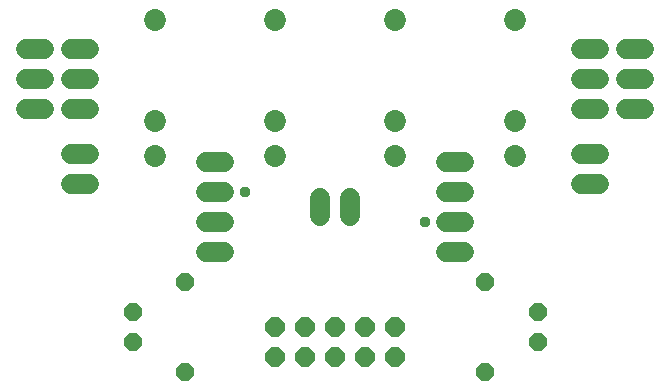
<source format=gbs>
G04 EAGLE Gerber RS-274X export*
G75*
%MOMM*%
%FSLAX34Y34*%
%LPD*%
%INSoldermask Bottom*%
%IPPOS*%
%AMOC8*
5,1,8,0,0,1.08239X$1,22.5*%
G01*
%ADD10P,1.649562X8X292.500000*%
%ADD11P,1.759533X8X22.500000*%
%ADD12P,1.649562X8X112.500000*%
%ADD13C,1.727200*%
%ADD14C,1.853200*%
%ADD15C,0.959600*%


D10*
X450850Y69850D03*
X450850Y44450D03*
X107950Y69850D03*
X107950Y44450D03*
D11*
X228600Y31750D03*
X228600Y57150D03*
X254000Y31750D03*
X254000Y57150D03*
X279400Y31750D03*
X279400Y57150D03*
X304800Y31750D03*
X304800Y57150D03*
X330200Y31750D03*
X330200Y57150D03*
D10*
X406400Y95250D03*
X406400Y19050D03*
D12*
X152400Y19050D03*
X152400Y95250D03*
D13*
X525780Y292100D02*
X541020Y292100D01*
X541020Y266700D02*
X525780Y266700D01*
X525780Y241300D02*
X541020Y241300D01*
X502920Y241300D02*
X487680Y241300D01*
X487680Y266700D02*
X502920Y266700D01*
X502920Y292100D02*
X487680Y292100D01*
X71120Y241300D02*
X55880Y241300D01*
X55880Y266700D02*
X71120Y266700D01*
X71120Y292100D02*
X55880Y292100D01*
X33020Y292100D02*
X17780Y292100D01*
X17780Y266700D02*
X33020Y266700D01*
X33020Y241300D02*
X17780Y241300D01*
X373380Y120650D02*
X388620Y120650D01*
X388620Y146050D02*
X373380Y146050D01*
X373380Y171450D02*
X388620Y171450D01*
X388620Y196850D02*
X373380Y196850D01*
X487680Y203200D02*
X502920Y203200D01*
X502920Y177800D02*
X487680Y177800D01*
X71120Y203200D02*
X55880Y203200D01*
X55880Y177800D02*
X71120Y177800D01*
X170180Y120650D02*
X185420Y120650D01*
X185420Y146050D02*
X170180Y146050D01*
X170180Y171450D02*
X185420Y171450D01*
X185420Y196850D02*
X170180Y196850D01*
D14*
X127000Y316700D03*
X127000Y231700D03*
X127000Y201700D03*
X228600Y316700D03*
X228600Y231700D03*
X228600Y201700D03*
X330200Y316700D03*
X330200Y231700D03*
X330200Y201700D03*
X431800Y316700D03*
X431800Y231700D03*
X431800Y201700D03*
D13*
X266700Y166370D02*
X266700Y151130D01*
X292100Y151130D02*
X292100Y166370D01*
D15*
X355600Y146050D03*
X203200Y171450D03*
M02*

</source>
